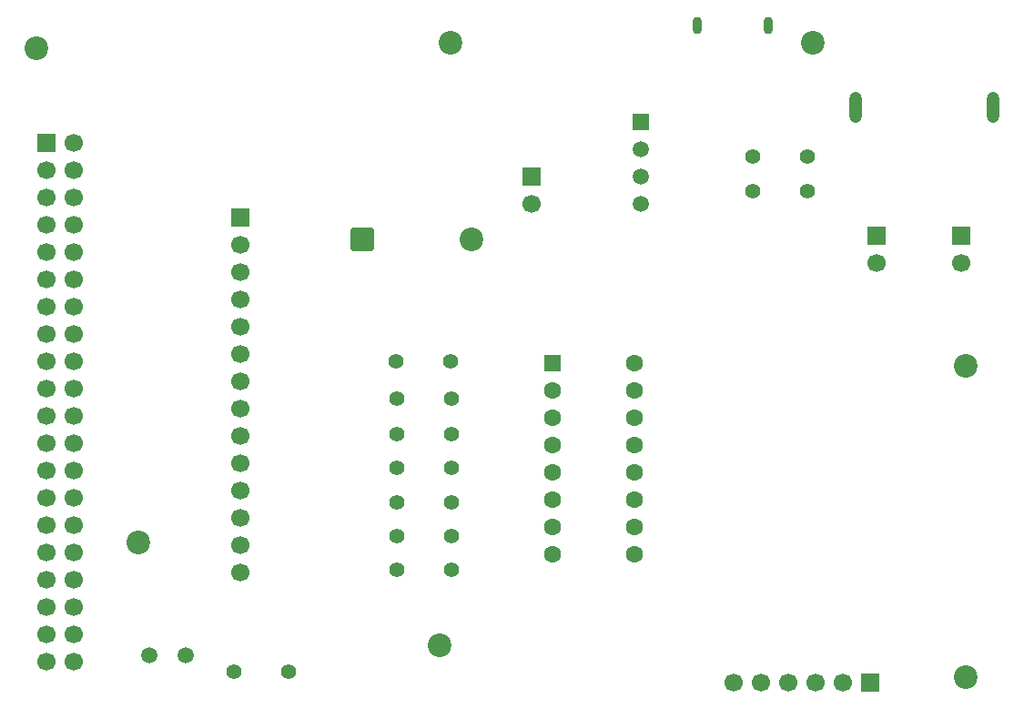
<source format=gbr>
%TF.GenerationSoftware,KiCad,Pcbnew,9.0.2-2.fc42*%
%TF.CreationDate,2025-07-03T10:40:54+12:00*%
%TF.ProjectId,smartclockpi,736d6172-7463-46c6-9f63-6b70692e6b69,rev?*%
%TF.SameCoordinates,Original*%
%TF.FileFunction,Soldermask,Bot*%
%TF.FilePolarity,Negative*%
%FSLAX46Y46*%
G04 Gerber Fmt 4.6, Leading zero omitted, Abs format (unit mm)*
G04 Created by KiCad (PCBNEW 9.0.2-2.fc42) date 2025-07-03 10:40:54*
%MOMM*%
%LPD*%
G01*
G04 APERTURE LIST*
G04 Aperture macros list*
%AMRoundRect*
0 Rectangle with rounded corners*
0 $1 Rounding radius*
0 $2 $3 $4 $5 $6 $7 $8 $9 X,Y pos of 4 corners*
0 Add a 4 corners polygon primitive as box body*
4,1,4,$2,$3,$4,$5,$6,$7,$8,$9,$2,$3,0*
0 Add four circle primitives for the rounded corners*
1,1,$1+$1,$2,$3*
1,1,$1+$1,$4,$5*
1,1,$1+$1,$6,$7*
1,1,$1+$1,$8,$9*
0 Add four rect primitives between the rounded corners*
20,1,$1+$1,$2,$3,$4,$5,0*
20,1,$1+$1,$4,$5,$6,$7,0*
20,1,$1+$1,$6,$7,$8,$9,0*
20,1,$1+$1,$8,$9,$2,$3,0*%
G04 Aperture macros list end*
%ADD10R,1.700000X1.700000*%
%ADD11C,1.700000*%
%ADD12C,1.400000*%
%ADD13RoundRect,0.249999X-0.850001X-0.850001X0.850001X-0.850001X0.850001X0.850001X-0.850001X0.850001X0*%
%ADD14C,2.200000*%
%ADD15C,1.500000*%
%ADD16RoundRect,0.250000X-0.550000X-0.550000X0.550000X-0.550000X0.550000X0.550000X-0.550000X0.550000X0*%
%ADD17C,1.600000*%
%ADD18O,1.200000X2.900000*%
%ADD19O,0.900000X1.600000*%
%ADD20R,1.500000X1.500000*%
G04 APERTURE END LIST*
D10*
%TO.C,J3*%
X62500000Y-88710000D03*
D11*
X62500000Y-91250000D03*
X62500000Y-93790000D03*
X62500000Y-96330000D03*
X62500000Y-98870000D03*
X62500000Y-101410000D03*
X62500000Y-103950000D03*
X62500000Y-106490000D03*
X62500000Y-109030000D03*
X62500000Y-111570000D03*
X62500000Y-114110000D03*
X62500000Y-116650000D03*
X62500000Y-119190000D03*
X62500000Y-121730000D03*
%TD*%
D12*
%TO.C,R9*%
X77010000Y-121500000D03*
X82090000Y-121500000D03*
%TD*%
D10*
%TO.C,J2*%
X121082200Y-132035000D03*
D11*
X118542200Y-132035000D03*
X116002200Y-132035000D03*
X113462200Y-132035000D03*
X110922200Y-132035000D03*
X108382200Y-132035000D03*
%TD*%
D13*
%TO.C,D1*%
X73812400Y-90805000D03*
D14*
X83972400Y-90805000D03*
%TD*%
D15*
%TO.C,R1*%
X54000000Y-129500000D03*
X57400000Y-129500000D03*
%TD*%
D12*
%TO.C,R4*%
X77010000Y-105600000D03*
X82090000Y-105600000D03*
%TD*%
D10*
%TO.C,J9*%
X89535000Y-84886800D03*
D11*
X89535000Y-87426800D03*
%TD*%
D16*
%TO.C,U2*%
X91500000Y-102300000D03*
D17*
X91500000Y-104840000D03*
X91500000Y-107380000D03*
X91500000Y-109920000D03*
X91500000Y-112460000D03*
X91500000Y-115000000D03*
X91500000Y-117540000D03*
X91500000Y-120080000D03*
X99120000Y-120080000D03*
X99120000Y-117540000D03*
X99120000Y-115000000D03*
X99120000Y-112460000D03*
X99120000Y-109920000D03*
X99120000Y-107380000D03*
X99120000Y-104840000D03*
X99120000Y-102300000D03*
%TD*%
D14*
%TO.C,REF\u002A\u002A*%
X53000000Y-119000000D03*
%TD*%
D10*
%TO.C,J1*%
X44475400Y-81762600D03*
D11*
X47015400Y-81762600D03*
X44475400Y-84302600D03*
X47015400Y-84302600D03*
X44475400Y-86842600D03*
X47015400Y-86842600D03*
X44475400Y-89382600D03*
X47015400Y-89382600D03*
X44475400Y-91922600D03*
X47015400Y-91922600D03*
X44475400Y-94462600D03*
X47015400Y-94462600D03*
X44475400Y-97002600D03*
X47015400Y-97002600D03*
X44475400Y-99542600D03*
X47015400Y-99542600D03*
X44475400Y-102082600D03*
X47015400Y-102082600D03*
X44475400Y-104622600D03*
X47015400Y-104622600D03*
X44475400Y-107162600D03*
X47015400Y-107162600D03*
X44475400Y-109702600D03*
X47015400Y-109702600D03*
X44475400Y-112242600D03*
X47015400Y-112242600D03*
X44475400Y-114782600D03*
X47015400Y-114782600D03*
X44475400Y-117322600D03*
X47015400Y-117322600D03*
X44475400Y-119862600D03*
X47015400Y-119862600D03*
X44475400Y-122402600D03*
X47015400Y-122402600D03*
X44475400Y-124942600D03*
X47015400Y-124942600D03*
X44475400Y-127482600D03*
X47015400Y-127482600D03*
X44475400Y-130022600D03*
X47015400Y-130022600D03*
%TD*%
D18*
%TO.C,J6*%
X132511000Y-78505400D03*
X119711000Y-78505400D03*
%TD*%
D19*
%TO.C,J5*%
X111600000Y-70879800D03*
X105000000Y-70879800D03*
%TD*%
D12*
%TO.C,R6*%
X77010000Y-112050000D03*
X82090000Y-112050000D03*
%TD*%
D14*
%TO.C,REF\u002A\u002A*%
X81000000Y-128500000D03*
%TD*%
D12*
%TO.C,R8*%
X77010000Y-118350000D03*
X82090000Y-118350000D03*
%TD*%
D14*
%TO.C,REF\u002A\u002A*%
X115700000Y-72500000D03*
%TD*%
%TO.C,REF\u002A\u002A*%
X43500000Y-73000000D03*
%TD*%
D12*
%TO.C,R5*%
X77010000Y-108900000D03*
X82090000Y-108900000D03*
%TD*%
D10*
%TO.C,J8*%
X129565000Y-90393200D03*
D11*
X129565000Y-92933200D03*
%TD*%
D12*
%TO.C,R3*%
X76920000Y-102100000D03*
X82000000Y-102100000D03*
%TD*%
%TO.C,R7*%
X77010000Y-115200000D03*
X82090000Y-115200000D03*
%TD*%
D20*
%TO.C,U3*%
X99750000Y-79880000D03*
D15*
X99750000Y-82420000D03*
X99750000Y-84960000D03*
X99750000Y-87500000D03*
%TD*%
D14*
%TO.C,REF\u002A\u002A*%
X82000000Y-72500000D03*
%TD*%
D10*
%TO.C,J7*%
X121666000Y-90424000D03*
D11*
X121666000Y-92964000D03*
%TD*%
D12*
%TO.C,R2*%
X61920000Y-131000000D03*
X67000000Y-131000000D03*
%TD*%
%TO.C,R12*%
X110170000Y-83100000D03*
X115250000Y-83100000D03*
%TD*%
%TO.C,R13*%
X110170000Y-86250000D03*
X115250000Y-86250000D03*
%TD*%
D14*
%TO.C,REF\u002A\u002A*%
X130000000Y-102500000D03*
%TD*%
%TO.C,REF\u002A\u002A*%
X130000000Y-131500000D03*
%TD*%
M02*

</source>
